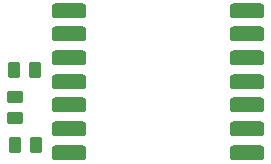
<source format=gbr>
%TF.GenerationSoftware,KiCad,Pcbnew,7.0.10*%
%TF.CreationDate,2024-01-17T19:35:15+01:00*%
%TF.ProjectId,RFM69CW_868,52464d36-3943-4575-9f38-36382e6b6963,rev?*%
%TF.SameCoordinates,Original*%
%TF.FileFunction,Paste,Top*%
%TF.FilePolarity,Positive*%
%FSLAX46Y46*%
G04 Gerber Fmt 4.6, Leading zero omitted, Abs format (unit mm)*
G04 Created by KiCad (PCBNEW 7.0.10) date 2024-01-17 19:35:15*
%MOMM*%
%LPD*%
G01*
G04 APERTURE LIST*
G04 Aperture macros list*
%AMRoundRect*
0 Rectangle with rounded corners*
0 $1 Rounding radius*
0 $2 $3 $4 $5 $6 $7 $8 $9 X,Y pos of 4 corners*
0 Add a 4 corners polygon primitive as box body*
4,1,4,$2,$3,$4,$5,$6,$7,$8,$9,$2,$3,0*
0 Add four circle primitives for the rounded corners*
1,1,$1+$1,$2,$3*
1,1,$1+$1,$4,$5*
1,1,$1+$1,$6,$7*
1,1,$1+$1,$8,$9*
0 Add four rect primitives between the rounded corners*
20,1,$1+$1,$2,$3,$4,$5,0*
20,1,$1+$1,$4,$5,$6,$7,0*
20,1,$1+$1,$6,$7,$8,$9,0*
20,1,$1+$1,$8,$9,$2,$3,0*%
G04 Aperture macros list end*
%ADD10RoundRect,0.250000X-0.262500X-0.450000X0.262500X-0.450000X0.262500X0.450000X-0.262500X0.450000X0*%
%ADD11RoundRect,0.317500X-1.157500X-0.317500X1.157500X-0.317500X1.157500X0.317500X-1.157500X0.317500X0*%
%ADD12RoundRect,0.250000X-0.450000X0.262500X-0.450000X-0.262500X0.450000X-0.262500X0.450000X0.262500X0*%
G04 APERTURE END LIST*
D10*
%TO.C,M3*%
X121920000Y-54610000D03*
X123745000Y-54610000D03*
%TD*%
%TO.C,M1*%
X121832500Y-48260000D03*
X123657500Y-48260000D03*
%TD*%
D11*
%TO.C,U1*%
X126555000Y-43245000D03*
X126555000Y-45245000D03*
X126555000Y-47245000D03*
X126555000Y-49245000D03*
X126555000Y-51245000D03*
X126555000Y-53245000D03*
X126555000Y-55245000D03*
X141605000Y-55245000D03*
X141605000Y-53245000D03*
X141605000Y-51245000D03*
X141605000Y-49245000D03*
X141605000Y-47245000D03*
X141605000Y-45245000D03*
X141605000Y-43245000D03*
%TD*%
D12*
%TO.C,M2*%
X121920000Y-50522500D03*
X121920000Y-52347500D03*
%TD*%
M02*

</source>
